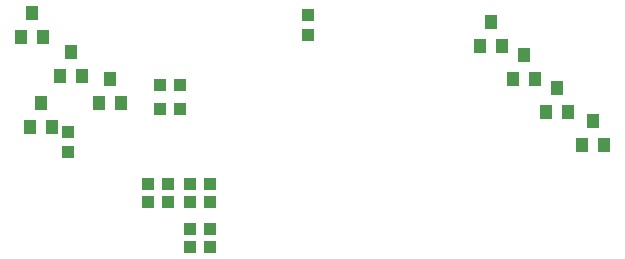
<source format=gbr>
G04 EAGLE Gerber X2 export*
%TF.Part,Single*%
%TF.FileFunction,Paste,Bot*%
%TF.FilePolarity,Positive*%
%TF.GenerationSoftware,Autodesk,EAGLE,9.1.3*%
%TF.CreationDate,2019-04-01T20:10:06Z*%
G75*
%MOMM*%
%FSLAX34Y34*%
%LPD*%
%AMOC8*
5,1,8,0,0,1.08239X$1,22.5*%
G01*
%ADD10R,1.100000X1.000000*%
%ADD11R,1.000000X1.100000*%
%ADD12R,1.000000X1.270000*%


D10*
X386960Y73660D03*
X369960Y73660D03*
D11*
X266700Y171060D03*
X266700Y154060D03*
D10*
X344560Y190500D03*
X361560Y190500D03*
X344560Y210820D03*
X361560Y210820D03*
D11*
X469900Y270120D03*
X469900Y253120D03*
D10*
X369960Y127000D03*
X386960Y127000D03*
X386960Y88900D03*
X369960Y88900D03*
X369960Y111760D03*
X386960Y111760D03*
X334400Y127000D03*
X351400Y127000D03*
X334400Y111760D03*
X351400Y111760D03*
D12*
X269240Y238600D03*
X259740Y218600D03*
X278740Y218600D03*
X302260Y215740D03*
X292760Y195740D03*
X311760Y195740D03*
X243840Y195420D03*
X234340Y175420D03*
X253340Y175420D03*
X236220Y271620D03*
X226720Y251620D03*
X245720Y251620D03*
X711200Y180180D03*
X701700Y160180D03*
X720700Y160180D03*
X680720Y208120D03*
X671220Y188120D03*
X690220Y188120D03*
X652780Y236060D03*
X643280Y216060D03*
X662280Y216060D03*
X624840Y264000D03*
X615340Y244000D03*
X634340Y244000D03*
M02*

</source>
